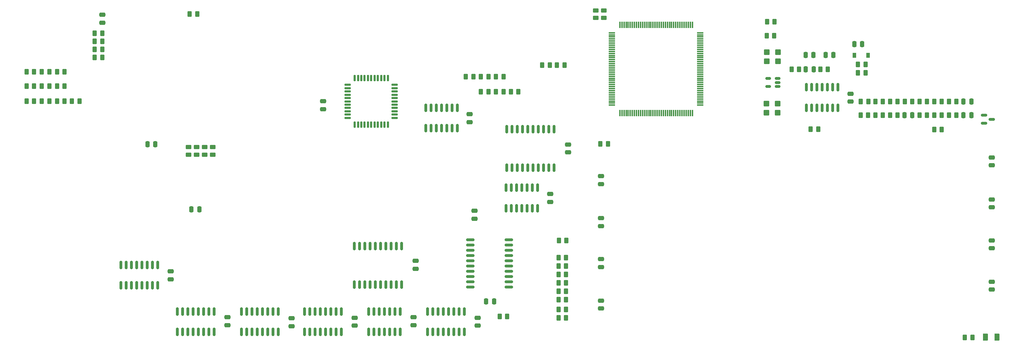
<source format=gbr>
%TF.GenerationSoftware,KiCad,Pcbnew,7.0.7*%
%TF.CreationDate,2023-10-19T16:40:53+01:00*%
%TF.ProjectId,CPC464-2MINI,43504334-3634-42d3-924d-494e492e6b69,rev?*%
%TF.SameCoordinates,Original*%
%TF.FileFunction,Paste,Top*%
%TF.FilePolarity,Positive*%
%FSLAX46Y46*%
G04 Gerber Fmt 4.6, Leading zero omitted, Abs format (unit mm)*
G04 Created by KiCad (PCBNEW 7.0.7) date 2023-10-19 16:40:53*
%MOMM*%
%LPD*%
G01*
G04 APERTURE LIST*
G04 Aperture macros list*
%AMRoundRect*
0 Rectangle with rounded corners*
0 $1 Rounding radius*
0 $2 $3 $4 $5 $6 $7 $8 $9 X,Y pos of 4 corners*
0 Add a 4 corners polygon primitive as box body*
4,1,4,$2,$3,$4,$5,$6,$7,$8,$9,$2,$3,0*
0 Add four circle primitives for the rounded corners*
1,1,$1+$1,$2,$3*
1,1,$1+$1,$4,$5*
1,1,$1+$1,$6,$7*
1,1,$1+$1,$8,$9*
0 Add four rect primitives between the rounded corners*
20,1,$1+$1,$2,$3,$4,$5,0*
20,1,$1+$1,$4,$5,$6,$7,0*
20,1,$1+$1,$6,$7,$8,$9,0*
20,1,$1+$1,$8,$9,$2,$3,0*%
G04 Aperture macros list end*
%ADD10RoundRect,0.150000X0.150000X-0.875000X0.150000X0.875000X-0.150000X0.875000X-0.150000X-0.875000X0*%
%ADD11RoundRect,0.250000X-0.262500X-0.450000X0.262500X-0.450000X0.262500X0.450000X-0.262500X0.450000X0*%
%ADD12RoundRect,0.150000X0.150000X-0.825000X0.150000X0.825000X-0.150000X0.825000X-0.150000X-0.825000X0*%
%ADD13RoundRect,0.250000X-0.450000X0.262500X-0.450000X-0.262500X0.450000X-0.262500X0.450000X0.262500X0*%
%ADD14RoundRect,0.250000X0.475000X-0.250000X0.475000X0.250000X-0.475000X0.250000X-0.475000X-0.250000X0*%
%ADD15RoundRect,0.137500X0.137500X-0.600000X0.137500X0.600000X-0.137500X0.600000X-0.137500X-0.600000X0*%
%ADD16RoundRect,0.137500X0.600000X-0.137500X0.600000X0.137500X-0.600000X0.137500X-0.600000X-0.137500X0*%
%ADD17RoundRect,0.150000X-0.587500X-0.150000X0.587500X-0.150000X0.587500X0.150000X-0.587500X0.150000X0*%
%ADD18RoundRect,0.250000X-0.250000X-0.475000X0.250000X-0.475000X0.250000X0.475000X-0.250000X0.475000X0*%
%ADD19RoundRect,0.250000X0.262500X0.450000X-0.262500X0.450000X-0.262500X-0.450000X0.262500X-0.450000X0*%
%ADD20RoundRect,0.250000X-0.475000X0.250000X-0.475000X-0.250000X0.475000X-0.250000X0.475000X0.250000X0*%
%ADD21RoundRect,0.250000X0.450000X0.425000X-0.450000X0.425000X-0.450000X-0.425000X0.450000X-0.425000X0*%
%ADD22RoundRect,0.250000X0.250000X0.475000X-0.250000X0.475000X-0.250000X-0.475000X0.250000X-0.475000X0*%
%ADD23RoundRect,0.150000X0.512500X0.150000X-0.512500X0.150000X-0.512500X-0.150000X0.512500X-0.150000X0*%
%ADD24RoundRect,0.011200X-0.723800X-0.128800X0.723800X-0.128800X0.723800X0.128800X-0.723800X0.128800X0*%
%ADD25RoundRect,0.011200X0.128800X-0.723800X0.128800X0.723800X-0.128800X0.723800X-0.128800X-0.723800X0*%
%ADD26RoundRect,0.250000X0.375000X0.625000X-0.375000X0.625000X-0.375000X-0.625000X0.375000X-0.625000X0*%
%ADD27RoundRect,0.250000X-0.450000X-0.425000X0.450000X-0.425000X0.450000X0.425000X-0.450000X0.425000X0*%
%ADD28RoundRect,0.150000X-0.875000X-0.150000X0.875000X-0.150000X0.875000X0.150000X-0.875000X0.150000X0*%
%ADD29R,0.900000X1.200000*%
G04 APERTURE END LIST*
D10*
%TO.C,IC900*%
X137655000Y-66660000D03*
X138925000Y-66660000D03*
X140195000Y-66660000D03*
X141465000Y-66660000D03*
X142735000Y-66660000D03*
X144005000Y-66660000D03*
X145275000Y-66660000D03*
X146545000Y-66660000D03*
X147815000Y-66660000D03*
X149085000Y-66660000D03*
X149085000Y-57360000D03*
X147815000Y-57360000D03*
X146545000Y-57360000D03*
X145275000Y-57360000D03*
X144005000Y-57360000D03*
X142735000Y-57360000D03*
X141465000Y-57360000D03*
X140195000Y-57360000D03*
X138925000Y-57360000D03*
X137655000Y-57360000D03*
%TD*%
D11*
%TO.C,R121*%
X21637500Y-50600000D03*
X23462500Y-50600000D03*
%TD*%
%TO.C,R133*%
X230258000Y-50678000D03*
X232083000Y-50678000D03*
%TD*%
D12*
%TO.C,IC125*%
X210020000Y-52190000D03*
X211290000Y-52190000D03*
X212560000Y-52190000D03*
X213830000Y-52190000D03*
X215100000Y-52190000D03*
X216370000Y-52190000D03*
X217640000Y-52190000D03*
X217640000Y-47240000D03*
X216370000Y-47240000D03*
X215100000Y-47240000D03*
X213830000Y-47240000D03*
X212560000Y-47240000D03*
X211290000Y-47240000D03*
X210020000Y-47240000D03*
%TD*%
D13*
%TO.C,R104*%
X159150000Y-28637500D03*
X159150000Y-30462500D03*
%TD*%
D14*
%TO.C,C108*%
X254810000Y-76241000D03*
X254810000Y-74341000D03*
%TD*%
D15*
%TO.C,IC140*%
X100925000Y-56300000D03*
X101725000Y-56300000D03*
X102525000Y-56300000D03*
X103325000Y-56300000D03*
X104125000Y-56300000D03*
X104925000Y-56300000D03*
X105725000Y-56300000D03*
X106525000Y-56300000D03*
X107325000Y-56300000D03*
X108125000Y-56300000D03*
X108925000Y-56300000D03*
D16*
X110587500Y-54637500D03*
X110587500Y-53837500D03*
X110587500Y-53037500D03*
X110587500Y-52237500D03*
X110587500Y-51437500D03*
X110587500Y-50637500D03*
X110587500Y-49837500D03*
X110587500Y-49037500D03*
X110587500Y-48237500D03*
X110587500Y-47437500D03*
X110587500Y-46637500D03*
D15*
X108925000Y-44975000D03*
X108125000Y-44975000D03*
X107325000Y-44975000D03*
X106525000Y-44975000D03*
X105725000Y-44975000D03*
X104925000Y-44975000D03*
X104125000Y-44975000D03*
X103325000Y-44975000D03*
X102525000Y-44975000D03*
X101725000Y-44975000D03*
X100925000Y-44975000D03*
D16*
X99262500Y-46637500D03*
X99262500Y-47437500D03*
X99262500Y-48237500D03*
X99262500Y-49037500D03*
X99262500Y-49837500D03*
X99262500Y-50637500D03*
X99262500Y-51437500D03*
X99262500Y-52237500D03*
X99262500Y-53037500D03*
X99262500Y-53837500D03*
X99262500Y-54637500D03*
%TD*%
D14*
%TO.C,C105*%
X160417200Y-70632000D03*
X160417200Y-68732000D03*
%TD*%
D13*
%TO.C,R105*%
X60815000Y-61717500D03*
X60815000Y-63542500D03*
%TD*%
D14*
%TO.C,C110*%
X254810000Y-96180000D03*
X254810000Y-94280000D03*
%TD*%
D12*
%TO.C,IC113*%
X118564000Y-106395000D03*
X119834000Y-106395000D03*
X121104000Y-106395000D03*
X122374000Y-106395000D03*
X123644000Y-106395000D03*
X124914000Y-106395000D03*
X126184000Y-106395000D03*
X127454000Y-106395000D03*
X127454000Y-101445000D03*
X126184000Y-101445000D03*
X124914000Y-101445000D03*
X123644000Y-101445000D03*
X122374000Y-101445000D03*
X121104000Y-101445000D03*
X119834000Y-101445000D03*
X118564000Y-101445000D03*
%TD*%
D11*
%TO.C,R155*%
X200565000Y-31350000D03*
X202390000Y-31350000D03*
%TD*%
D14*
%TO.C,C121*%
X115135000Y-104743000D03*
X115135000Y-102843000D03*
%TD*%
D11*
%TO.C,R131*%
X240926000Y-53980000D03*
X242751000Y-53980000D03*
%TD*%
%TO.C,R126*%
X240926000Y-50678000D03*
X242751000Y-50678000D03*
%TD*%
D12*
%TO.C,IC110*%
X104340000Y-106395000D03*
X105610000Y-106395000D03*
X106880000Y-106395000D03*
X108150000Y-106395000D03*
X109420000Y-106395000D03*
X110690000Y-106395000D03*
X111960000Y-106395000D03*
X111960000Y-101445000D03*
X110690000Y-101445000D03*
X109420000Y-101445000D03*
X108150000Y-101445000D03*
X106880000Y-101445000D03*
X105610000Y-101445000D03*
X104340000Y-101445000D03*
%TD*%
D17*
%TO.C,Q102*%
X252975000Y-54020000D03*
X252975000Y-55920000D03*
X254850000Y-54970000D03*
%TD*%
D18*
%TO.C,C134*%
X248000500Y-50678000D03*
X249900500Y-50678000D03*
%TD*%
D13*
%TO.C,R103*%
X161100000Y-28637500D03*
X161100000Y-30462500D03*
%TD*%
D18*
%TO.C,C131*%
X214700000Y-39390000D03*
X216600000Y-39390000D03*
%TD*%
D19*
%TO.C,R118*%
X27150000Y-43450000D03*
X25325000Y-43450000D03*
%TD*%
D14*
%TO.C,C106*%
X254810000Y-66081000D03*
X254810000Y-64181000D03*
%TD*%
D11*
%TO.C,R120*%
X25325000Y-46950000D03*
X27150000Y-46950000D03*
%TD*%
D19*
%TO.C,R1253*%
X39932500Y-34150000D03*
X38107500Y-34150000D03*
%TD*%
D11*
%TO.C,R150*%
X150175000Y-88458000D03*
X152000000Y-88458000D03*
%TD*%
D14*
%TO.C,C117*%
X130629000Y-104870000D03*
X130629000Y-102970000D03*
%TD*%
D11*
%TO.C,R111*%
X213420000Y-42900000D03*
X215245000Y-42900000D03*
%TD*%
%TO.C,R136*%
X226702000Y-53980000D03*
X228527000Y-53980000D03*
%TD*%
%TO.C,R147*%
X150175000Y-94554000D03*
X152000000Y-94554000D03*
%TD*%
%TO.C,R153*%
X150175000Y-98618000D03*
X152000000Y-98618000D03*
%TD*%
D14*
%TO.C,C127*%
X70177000Y-104743000D03*
X70177000Y-102843000D03*
%TD*%
D19*
%TO.C,C604*%
X202305000Y-34795000D03*
X200480000Y-34795000D03*
%TD*%
D11*
%TO.C,R115*%
X32625000Y-50600000D03*
X34450000Y-50600000D03*
%TD*%
%TO.C,R141*%
X135035400Y-48300000D03*
X136860400Y-48300000D03*
%TD*%
D20*
%TO.C,C116*%
X128695000Y-53750000D03*
X128695000Y-55650000D03*
%TD*%
D21*
%TO.C,C601*%
X203117500Y-53345000D03*
X200417500Y-53345000D03*
%TD*%
D11*
%TO.C,R143*%
X206457500Y-42910000D03*
X208282500Y-42910000D03*
%TD*%
%TO.C,R130*%
X230258000Y-53980000D03*
X232083000Y-53980000D03*
%TD*%
D18*
%TO.C,C135*%
X233753500Y-53980000D03*
X235653500Y-53980000D03*
%TD*%
D11*
%TO.C,R122*%
X21637500Y-43450000D03*
X23462500Y-43450000D03*
%TD*%
%TO.C,R137*%
X237370000Y-50678000D03*
X239195000Y-50678000D03*
%TD*%
%TO.C,R128*%
X244482000Y-50678000D03*
X246307000Y-50678000D03*
%TD*%
D18*
%TO.C,C133*%
X248000500Y-53980000D03*
X249900500Y-53980000D03*
%TD*%
D11*
%TO.C,R142*%
X149800000Y-41900000D03*
X151625000Y-41900000D03*
%TD*%
D10*
%TO.C,IC115*%
X100800000Y-94960000D03*
X102070000Y-94960000D03*
X103340000Y-94960000D03*
X104610000Y-94960000D03*
X105880000Y-94960000D03*
X107150000Y-94960000D03*
X108420000Y-94960000D03*
X109690000Y-94960000D03*
X110960000Y-94960000D03*
X112230000Y-94960000D03*
X112230000Y-85660000D03*
X110960000Y-85660000D03*
X109690000Y-85660000D03*
X108420000Y-85660000D03*
X107150000Y-85660000D03*
X105880000Y-85660000D03*
X104610000Y-85660000D03*
X103340000Y-85660000D03*
X102070000Y-85660000D03*
X100800000Y-85660000D03*
%TD*%
D19*
%TO.C,R1250*%
X39932500Y-40000000D03*
X38107500Y-40000000D03*
%TD*%
D14*
%TO.C,C122*%
X100911000Y-104870000D03*
X100911000Y-102970000D03*
%TD*%
D11*
%TO.C,R161*%
X160287500Y-60900000D03*
X162112500Y-60900000D03*
%TD*%
%TO.C,R119*%
X29012500Y-43450000D03*
X30837500Y-43450000D03*
%TD*%
%TO.C,R135*%
X233814000Y-50678000D03*
X235639000Y-50678000D03*
%TD*%
D22*
%TO.C,C132*%
X211790000Y-42920000D03*
X209890000Y-42920000D03*
%TD*%
D23*
%TO.C,IC601*%
X203117500Y-47020000D03*
X203117500Y-46070000D03*
X203117500Y-45120000D03*
X200842500Y-45120000D03*
X200842500Y-47020000D03*
%TD*%
D11*
%TO.C,R146*%
X150175000Y-92522000D03*
X152000000Y-92522000D03*
%TD*%
D13*
%TO.C,R108*%
X66640000Y-61717500D03*
X66640000Y-63542500D03*
%TD*%
D11*
%TO.C,R112*%
X146250000Y-41900000D03*
X148075000Y-41900000D03*
%TD*%
D20*
%TO.C,C125*%
X39970000Y-29700000D03*
X39970000Y-31600000D03*
%TD*%
D12*
%TO.C,IC901*%
X137490000Y-76495000D03*
X138760000Y-76495000D03*
X140030000Y-76495000D03*
X141300000Y-76495000D03*
X142570000Y-76495000D03*
X143840000Y-76495000D03*
X145110000Y-76495000D03*
X145110000Y-71545000D03*
X143840000Y-71545000D03*
X142570000Y-71545000D03*
X141300000Y-71545000D03*
X140030000Y-71545000D03*
X138760000Y-71545000D03*
X137490000Y-71545000D03*
%TD*%
%TO.C,IC101*%
X44410000Y-95140000D03*
X45680000Y-95140000D03*
X46950000Y-95140000D03*
X48220000Y-95140000D03*
X49490000Y-95140000D03*
X50760000Y-95140000D03*
X52030000Y-95140000D03*
X53300000Y-95140000D03*
X53300000Y-90190000D03*
X52030000Y-90190000D03*
X50760000Y-90190000D03*
X49490000Y-90190000D03*
X48220000Y-90190000D03*
X46950000Y-90190000D03*
X45680000Y-90190000D03*
X44410000Y-90190000D03*
%TD*%
D11*
%TO.C,R149*%
X150175000Y-102982000D03*
X152000000Y-102982000D03*
%TD*%
%TO.C,R123*%
X21637500Y-46950000D03*
X23462500Y-46950000D03*
%TD*%
D24*
%TO.C,IC600*%
X163075000Y-34050000D03*
X163075000Y-34550000D03*
X163075000Y-35050000D03*
X163075000Y-35550000D03*
X163075000Y-36050000D03*
X163075000Y-36550000D03*
X163075000Y-37050000D03*
X163075000Y-37550000D03*
X163075000Y-38050000D03*
X163075000Y-38550000D03*
X163075000Y-39050000D03*
X163075000Y-39550000D03*
X163075000Y-40050000D03*
X163075000Y-40550000D03*
X163075000Y-41050000D03*
X163075000Y-41550000D03*
X163075000Y-42050000D03*
X163075000Y-42550000D03*
X163075000Y-43050000D03*
X163075000Y-43550000D03*
X163075000Y-44050000D03*
X163075000Y-44550000D03*
X163075000Y-45050000D03*
X163075000Y-45550000D03*
X163075000Y-46050000D03*
X163075000Y-46550000D03*
X163075000Y-47050000D03*
X163075000Y-47550000D03*
X163075000Y-48050000D03*
X163075000Y-48550000D03*
X163075000Y-49050000D03*
X163075000Y-49550000D03*
X163075000Y-50050000D03*
X163075000Y-50550000D03*
X163075000Y-51050000D03*
X163075000Y-51550000D03*
D25*
X164995000Y-53470000D03*
X165495000Y-53470000D03*
X165995000Y-53470000D03*
X166495000Y-53470000D03*
X166995000Y-53470000D03*
X167495000Y-53470000D03*
X167995000Y-53470000D03*
X168495000Y-53470000D03*
X168995000Y-53470000D03*
X169495000Y-53470000D03*
X169995000Y-53470000D03*
X170495000Y-53470000D03*
X170995000Y-53470000D03*
X171495000Y-53470000D03*
X171995000Y-53470000D03*
X172495000Y-53470000D03*
X172995000Y-53470000D03*
X173495000Y-53470000D03*
X173995000Y-53470000D03*
X174495000Y-53470000D03*
X174995000Y-53470000D03*
X175495000Y-53470000D03*
X175995000Y-53470000D03*
X176495000Y-53470000D03*
X176995000Y-53470000D03*
X177495000Y-53470000D03*
X177995000Y-53470000D03*
X178495000Y-53470000D03*
X178995000Y-53470000D03*
X179495000Y-53470000D03*
X179995000Y-53470000D03*
X180495000Y-53470000D03*
X180995000Y-53470000D03*
X181495000Y-53470000D03*
X181995000Y-53470000D03*
X182495000Y-53470000D03*
D24*
X184415000Y-51550000D03*
X184415000Y-51050000D03*
X184415000Y-50550000D03*
X184415000Y-50050000D03*
X184415000Y-49550000D03*
X184415000Y-49050000D03*
X184415000Y-48550000D03*
X184415000Y-48050000D03*
X184415000Y-47550000D03*
X184415000Y-47050000D03*
X184415000Y-46550000D03*
X184415000Y-46050000D03*
X184415000Y-45550000D03*
X184415000Y-45050000D03*
X184415000Y-44550000D03*
X184415000Y-44050000D03*
X184415000Y-43550000D03*
X184415000Y-43050000D03*
X184415000Y-42550000D03*
X184415000Y-42050000D03*
X184415000Y-41550000D03*
X184415000Y-41050000D03*
X184415000Y-40550000D03*
X184415000Y-40050000D03*
X184415000Y-39550000D03*
X184415000Y-39050000D03*
X184415000Y-38550000D03*
X184415000Y-38050000D03*
X184415000Y-37550000D03*
X184415000Y-37050000D03*
X184415000Y-36550000D03*
X184415000Y-36050000D03*
X184415000Y-35550000D03*
X184415000Y-35050000D03*
X184415000Y-34550000D03*
X184415000Y-34050000D03*
D25*
X182495000Y-32130000D03*
X181995000Y-32130000D03*
X181495000Y-32130000D03*
X180995000Y-32130000D03*
X180495000Y-32130000D03*
X179995000Y-32130000D03*
X179495000Y-32130000D03*
X178995000Y-32130000D03*
X178495000Y-32130000D03*
X177995000Y-32130000D03*
X177495000Y-32130000D03*
X176995000Y-32130000D03*
X176495000Y-32130000D03*
X175995000Y-32130000D03*
X175495000Y-32130000D03*
X174995000Y-32130000D03*
X174495000Y-32130000D03*
X173995000Y-32130000D03*
X173495000Y-32130000D03*
X172995000Y-32130000D03*
X172495000Y-32130000D03*
X171995000Y-32130000D03*
X171495000Y-32130000D03*
X170995000Y-32130000D03*
X170495000Y-32130000D03*
X169995000Y-32130000D03*
X169495000Y-32130000D03*
X168995000Y-32130000D03*
X168495000Y-32130000D03*
X167995000Y-32130000D03*
X167495000Y-32130000D03*
X166995000Y-32130000D03*
X166495000Y-32130000D03*
X165995000Y-32130000D03*
X165495000Y-32130000D03*
X164995000Y-32130000D03*
%TD*%
D13*
%TO.C,R106*%
X62740000Y-61717500D03*
X62740000Y-63542500D03*
%TD*%
D19*
%TO.C,R1252*%
X39932500Y-36100000D03*
X38107500Y-36100000D03*
%TD*%
D11*
%TO.C,R160*%
X211107500Y-57400000D03*
X212932500Y-57400000D03*
%TD*%
%TO.C,R134*%
X223146000Y-53980000D03*
X224971000Y-53980000D03*
%TD*%
D14*
%TO.C,C123*%
X85671000Y-104997000D03*
X85671000Y-103097000D03*
%TD*%
D12*
%TO.C,IC104*%
X58112000Y-106395000D03*
X59382000Y-106395000D03*
X60652000Y-106395000D03*
X61922000Y-106395000D03*
X63192000Y-106395000D03*
X64462000Y-106395000D03*
X65732000Y-106395000D03*
X67002000Y-106395000D03*
X67002000Y-101445000D03*
X65732000Y-101445000D03*
X64462000Y-101445000D03*
X63192000Y-101445000D03*
X61922000Y-101445000D03*
X60652000Y-101445000D03*
X59382000Y-101445000D03*
X58112000Y-101445000D03*
%TD*%
D14*
%TO.C,C112*%
X254810000Y-86147000D03*
X254810000Y-84247000D03*
%TD*%
D11*
%TO.C,R145*%
X222507500Y-43700000D03*
X224332500Y-43700000D03*
%TD*%
D18*
%TO.C,C137*%
X61500000Y-76780000D03*
X63400000Y-76780000D03*
%TD*%
D21*
%TO.C,C600*%
X203117500Y-51145000D03*
X200417500Y-51145000D03*
%TD*%
D20*
%TO.C,C113*%
X148175000Y-73070000D03*
X148175000Y-74970000D03*
%TD*%
D11*
%TO.C,R109*%
X127777500Y-44650000D03*
X129602500Y-44650000D03*
%TD*%
D18*
%TO.C,C114*%
X132677000Y-99019000D03*
X134577000Y-99019000D03*
%TD*%
D14*
%TO.C,C120*%
X129900000Y-79000000D03*
X129900000Y-77100000D03*
%TD*%
D26*
%TO.C,D102*%
X256100000Y-107650000D03*
X253300000Y-107650000D03*
%TD*%
D11*
%TO.C,R132*%
X244482000Y-53980000D03*
X246307000Y-53980000D03*
%TD*%
D14*
%TO.C,C136*%
X93322500Y-52500000D03*
X93322500Y-50600000D03*
%TD*%
%TO.C,C115*%
X115659000Y-91133000D03*
X115659000Y-89233000D03*
%TD*%
D19*
%TO.C,R138*%
X250162500Y-107700000D03*
X248337500Y-107700000D03*
%TD*%
%TO.C,R101*%
X224332500Y-41740000D03*
X222507500Y-41740000D03*
%TD*%
D18*
%TO.C,C102*%
X221643000Y-36751600D03*
X223543000Y-36751600D03*
%TD*%
D11*
%TO.C,R124*%
X131402500Y-48300000D03*
X133227500Y-48300000D03*
%TD*%
D18*
%TO.C,C130*%
X209880000Y-39420000D03*
X211780000Y-39420000D03*
%TD*%
D12*
%TO.C,IC105*%
X73606000Y-106395000D03*
X74876000Y-106395000D03*
X76146000Y-106395000D03*
X77416000Y-106395000D03*
X78686000Y-106395000D03*
X79956000Y-106395000D03*
X81226000Y-106395000D03*
X82496000Y-106395000D03*
X82496000Y-101445000D03*
X81226000Y-101445000D03*
X79956000Y-101445000D03*
X78686000Y-101445000D03*
X77416000Y-101445000D03*
X76146000Y-101445000D03*
X74876000Y-101445000D03*
X73606000Y-101445000D03*
%TD*%
D11*
%TO.C,R127*%
X240926000Y-57480000D03*
X242751000Y-57480000D03*
%TD*%
%TO.C,R102*%
X135035400Y-44650000D03*
X136860400Y-44650000D03*
%TD*%
%TO.C,R152*%
X150175000Y-96586000D03*
X152000000Y-96586000D03*
%TD*%
%TO.C,R129*%
X226702000Y-50678000D03*
X228527000Y-50678000D03*
%TD*%
D27*
%TO.C,C602*%
X200462500Y-40970000D03*
X203162500Y-40970000D03*
%TD*%
D12*
%TO.C,IC109*%
X88846000Y-106395000D03*
X90116000Y-106395000D03*
X91386000Y-106395000D03*
X92656000Y-106395000D03*
X93926000Y-106395000D03*
X95196000Y-106395000D03*
X96466000Y-106395000D03*
X97736000Y-106395000D03*
X97736000Y-101445000D03*
X96466000Y-101445000D03*
X95196000Y-101445000D03*
X93926000Y-101445000D03*
X92656000Y-101445000D03*
X91386000Y-101445000D03*
X90116000Y-101445000D03*
X88846000Y-101445000D03*
%TD*%
D28*
%TO.C,IC114*%
X128850000Y-84160000D03*
X128850000Y-85430000D03*
X128850000Y-86700000D03*
X128850000Y-87970000D03*
X128850000Y-89240000D03*
X128850000Y-90510000D03*
X128850000Y-91780000D03*
X128850000Y-93050000D03*
X128850000Y-94320000D03*
X128850000Y-95590000D03*
X138150000Y-95590000D03*
X138150000Y-94320000D03*
X138150000Y-93050000D03*
X138150000Y-91780000D03*
X138150000Y-90510000D03*
X138150000Y-89240000D03*
X138150000Y-87970000D03*
X138150000Y-86700000D03*
X138150000Y-85430000D03*
X138150000Y-84160000D03*
%TD*%
D11*
%TO.C,R148*%
X150175000Y-100950000D03*
X152000000Y-100950000D03*
%TD*%
D19*
%TO.C,R144*%
X140492500Y-48300000D03*
X138667500Y-48300000D03*
%TD*%
D14*
%TO.C,C107*%
X160417200Y-80792000D03*
X160417200Y-78892000D03*
%TD*%
D20*
%TO.C,C104*%
X152470000Y-61080000D03*
X152470000Y-62980000D03*
%TD*%
D29*
%TO.C,D101*%
X224943000Y-39461600D03*
X221643000Y-39461600D03*
%TD*%
D19*
%TO.C,R157*%
X137752500Y-102700000D03*
X135927500Y-102700000D03*
%TD*%
D27*
%TO.C,C603*%
X200462500Y-38770000D03*
X203162500Y-38770000D03*
%TD*%
D11*
%TO.C,R117*%
X29012500Y-46950000D03*
X30837500Y-46950000D03*
%TD*%
D13*
%TO.C,R107*%
X64690000Y-61717500D03*
X64690000Y-63542500D03*
%TD*%
D11*
%TO.C,R125*%
X237370000Y-53980000D03*
X239195000Y-53980000D03*
%TD*%
D19*
%TO.C,R116*%
X27150000Y-50600000D03*
X25325000Y-50600000D03*
%TD*%
D12*
%TO.C,IC112*%
X118090000Y-57125000D03*
X119360000Y-57125000D03*
X120630000Y-57125000D03*
X121900000Y-57125000D03*
X123170000Y-57125000D03*
X124440000Y-57125000D03*
X125710000Y-57125000D03*
X125710000Y-52175000D03*
X124440000Y-52175000D03*
X123170000Y-52175000D03*
X121900000Y-52175000D03*
X120630000Y-52175000D03*
X119360000Y-52175000D03*
X118090000Y-52175000D03*
%TD*%
D11*
%TO.C,R156*%
X61062500Y-29500000D03*
X62887500Y-29500000D03*
%TD*%
D22*
%TO.C,C119*%
X52760000Y-61010000D03*
X50860000Y-61010000D03*
%TD*%
D11*
%TO.C,R114*%
X29012500Y-50600000D03*
X30837500Y-50600000D03*
%TD*%
%TO.C,R110*%
X131402500Y-44650000D03*
X133227500Y-44650000D03*
%TD*%
D20*
%TO.C,C129*%
X220680000Y-48815000D03*
X220680000Y-50715000D03*
%TD*%
D14*
%TO.C,C128*%
X56475000Y-93681000D03*
X56475000Y-91781000D03*
%TD*%
D11*
%TO.C,R151*%
X150175000Y-90490000D03*
X152000000Y-90490000D03*
%TD*%
%TO.C,R158*%
X150237500Y-84317000D03*
X152062500Y-84317000D03*
%TD*%
D19*
%TO.C,R1251*%
X39932500Y-38050000D03*
X38107500Y-38050000D03*
%TD*%
D14*
%TO.C,C109*%
X160417200Y-90698000D03*
X160417200Y-88798000D03*
%TD*%
D19*
%TO.C,R140*%
X225038500Y-50680000D03*
X223213500Y-50680000D03*
%TD*%
D14*
%TO.C,C111*%
X160417200Y-100731000D03*
X160417200Y-98831000D03*
%TD*%
M02*

</source>
